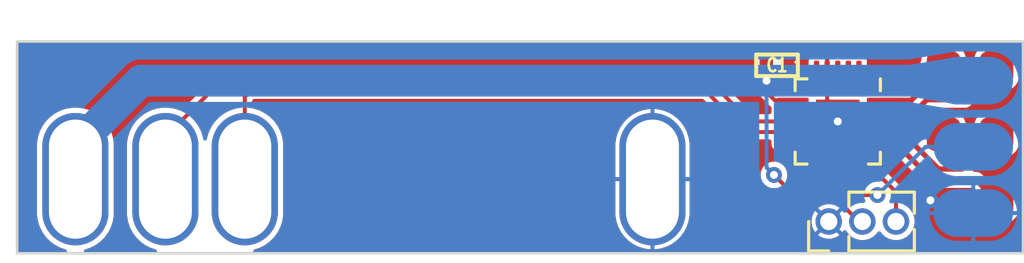
<source format=kicad_pcb>
(kicad_pcb (version 20240108) (generator "pcbnew") (generator_version "8.0")
  (layers (0 "F.Cu" signal) (31 "B.Cu" signal) (34 "B.Paste" user) (35 "F.Paste" user) (36 "B.SilkS" user "B.Silkscreen") (37 "F.SilkS" user "F.Silkscreen") (38 "B.Mask" user) (39 "F.Mask" user) (44 "Edge.Cuts" user))
  (net 0 "")
  (net 1 "+5V")
  (net 2 "GND")
  (net 3 "DOUT")
  (net 4 "SDA")
  (net 5 "SCK")
  (net 15 "PD2")
  (net 16 "PD3")
  (net 17 "PD4")
  (net 18 "DEBUG")
  (net 19 "PD5")
  (net 20 "PD6")
  (footprint "VoCore:TestPoint_Pad_D1.0mm" (layer "F.Cu") (at 105 85 90)
    (property "Reference" "J13" (hide yes))
    (property "Value" "Conn_01x01_Socket")
    (pad "1" smd roundrect (at 0 0 90) (size 1.27 1.27) (layers "F.Cu" "F.Mask") (net 20 "PD6"))
  )
  (footprint "VoCore:TestPoint_Pad_D1.0mm" (layer "F.Cu") (at 105 87.5 90)
    (property "Reference" "J11" (hide yes))
    (property "Value" "Conn_01x01_Socket")
    (pad "1" smd roundrect (at 0 0 90) (size 1.27 1.27) (layers "F.Cu" "F.Mask") (net 17 "PD4"))
  )
  (footprint "Connector_PinHeader_1.27mm:PinHeader_1x03_P1.27mm_Vertical" (layer "F.Cu") (at 100.66 90.8 90)
    (property "Reference" "J2" (hide yes))
    (property "Value" "Conn_01x03_Socket" (hide yes))
    (fp_line (start -1.11 -0.76) (end 0 -0.76) (stroke (width 0.12)) (layer "F.SilkS"))
    (fp_line (start -1.11 0) (end -1.11 -0.76) (stroke (width 0.12)) (layer "F.SilkS"))
    (fp_line (start 1.11 0.76) (end 1.11 3.235) (stroke (width 0.12)) (layer "F.SilkS"))
    (fp_line (start 0.563471 0.76) (end 1.11 0.76) (stroke (width 0.12)) (layer "F.SilkS"))
    (fp_line (start -1.11 0.76) (end -0.563471 0.76) (stroke (width 0.12)) (layer "F.SilkS"))
    (fp_line (start -1.11 0.76) (end -1.11 3.235) (stroke (width 0.12)) (layer "F.SilkS"))
    (fp_line (start 0.30753 3.235) (end 1.11 3.235) (stroke (width 0.12)) (layer "F.SilkS"))
    (fp_line (start -1.11 3.235) (end -0.30753 3.235) (stroke (width 0.12)) (layer "F.SilkS"))
    (pad "1" thru_hole circle (at 0 0 90) (size 1 1) (drill 0.65) (layers "*.Cu" "*.Mask") (net 2 "GND"))
    (pad "2" thru_hole oval (at 0 1.27 90) (size 1 1) (drill 0.65) (layers "*.Cu" "*.Mask") (net 1 "+5V"))
    (pad "3" thru_hole oval (at 0 2.54 90) (size 1 1) (drill 0.65) (layers "*.Cu" "*.Mask") (net 18 "DEBUG"))
  )
  (footprint "VoCore:TestPoint_Pad_D1.0mm" (layer "F.Cu") (at 107 87.5 90)
    (property "Reference" "J10" (hide yes))
    (property "Value" "Conn_01x01_Socket")
    (pad "1" smd roundrect (at 0 0 90) (size 1.27 1.27) (layers "F.Cu" "F.Mask") (net 16 "PD3"))
  )
  (footprint "VoCore:0402C" (layer "F.Cu") (at 98.706 84.8994)
    (property "Reference" "C1" (at 0 0 360) (layer "F.SilkS") (effects (font (size 0.5 0.4) (thickness 0.1))))
    (property "Value" "100nF" (hide yes))
    (fp_line (start -0.787 -0.4058) (end -0.787 0.407) (stroke (width 0.15)) (layer "F.SilkS"))
    (fp_line (start -0.787 0.407) (end 0.7878 0.407) (stroke (width 0.15)) (layer "F.SilkS"))
    (fp_line (start 0.7878 -0.4058) (end -0.787 -0.4058) (stroke (width 0.15)) (layer "F.SilkS"))
    (fp_line (start 0.7878 0.407) (end 0.7878 -0.4058) (stroke (width 0.15)) (layer "F.SilkS"))
    (pad "1" smd rect (at -0.406 0.0006) (size 0.508 0.5588) (layers "F.Cu" "F.Paste" "F.Mask") (net 1 "+5V"))
    (pad "2" smd rect (at 0.4068 0.0006) (size 0.508 0.5588) (layers "F.Cu" "F.Paste" "F.Mask") (net 2 "GND"))
  )
  (footprint "VoCore:QFN-20-1EP_3x3mm_P0.4mm_EP1.65x1.65mm" (layer "F.Cu") (at 101 87.02 -90)
    (property "Reference" "U3" (hide yes))
    (property "Value" "CH32V003F4U6" (hide yes))
    (fp_line (start -1.61 1.61) (end -1.61 1.16) (stroke (width 0.12)) (layer "F.SilkS"))
    (fp_line (start -1.16 1.61) (end -1.61 1.61) (stroke (width 0.12)) (layer "F.SilkS"))
    (fp_line (start 1.16 1.61) (end 1.61 1.61) (stroke (width 0.12)) (layer "F.SilkS"))
    (fp_line (start 1.61 1.61) (end 1.61 1.16) (stroke (width 0.12)) (layer "F.SilkS"))
    (fp_line (start -1.16 -1.61) (end -1.61 -1.61) (stroke (width 0.12)) (layer "F.SilkS"))
    (fp_line (start 1.16 -1.61) (end 1.61 -1.61) (stroke (width 0.12)) (layer "F.SilkS"))
    (fp_line (start 1.61 -1.61) (end 1.61 -1.16) (stroke (width 0.12)) (layer "F.SilkS"))
    (pad "1" smd roundrect (at -1.7 -0.8 270) (size 1.2 0.2) (layers "F.Cu" "F.Paste" "F.Mask"))
    (pad "2" smd roundrect (at -1.7 -0.4 270) (size 1.2 0.2) (layers "F.Cu" "F.Paste" "F.Mask"))
    (pad "3" smd roundrect (at -1.7 0 270) (size 1.2 0.2) (layers "F.Cu" "F.Paste" "F.Mask"))
    (pad "4" smd roundrect (at -1.7 0.4 270) (size 1.2 0.2) (layers "F.Cu" "F.Paste" "F.Mask") (net 2 "GND"))
    (pad "5" smd roundrect (at -1.7 0.8 270) (size 1.2 0.2) (layers "F.Cu" "F.Paste" "F.Mask"))
    (pad "6" smd roundrect (at -0.8 1.7 270) (size 0.2 1.2) (layers "F.Cu" "F.Paste" "F.Mask") (net 1 "+5V"))
    (pad "7" smd roundrect (at -0.4 1.7 270) (size 0.2 1.2) (layers "F.Cu" "F.Paste" "F.Mask"))
    (pad "8" smd roundrect (at 0 1.7 270) (size 0.2 1.2) (layers "F.Cu" "F.Paste" "F.Mask") (net 4 "SDA"))
    (pad "9" smd roundrect (at 0.4 1.7 270) (size 0.2 1.2) (layers "F.Cu" "F.Paste" "F.Mask") (net 5 "SCK"))
    (pad "10" smd roundrect (at 0.8 1.7 270) (size 0.2 1.2) (layers "F.Cu" "F.Paste" "F.Mask"))
    (pad "11" smd roundrect (at 1.7 0.8 270) (size 1.2 0.2) (layers "F.Cu" "F.Paste" "F.Mask"))
    (pad "12" smd roundrect (at 1.7 0.4 270) (size 1.2 0.2) (layers "F.Cu" "F.Paste" "F.Mask"))
    (pad "13" smd roundrect (at 1.7 0 270) (size 1.2 0.2) (layers "F.Cu" "F.Paste" "F.Mask") (net 3 "DOUT"))
    (pad "14" smd roundrect (at 1.7 -0.4 270) (size 1.2 0.2) (layers "F.Cu" "F.Paste" "F.Mask"))
    (pad "15" smd roundrect (at 1.7 -0.8 270) (size 1.2 0.2) (layers "F.Cu" "F.Paste" "F.Mask") (net 18 "DEBUG"))
    (pad "16" smd roundrect (at 0.8 -1.7 270) (size 0.2 1.2) (layers "F.Cu" "F.Paste" "F.Mask") (net 15 "PD2"))
    (pad "17" smd roundrect (at 0.4 -1.7 270) (size 0.2 1.2) (layers "F.Cu" "F.Paste" "F.Mask") (net 16 "PD3"))
    (pad "18" smd roundrect (at 0 -1.7 270) (size 0.2 1.2) (layers "F.Cu" "F.Paste" "F.Mask") (net 17 "PD4"))
    (pad "19" smd roundrect (at -0.4 -1.7 270) (size 0.2 1.2) (layers "F.Cu" "F.Paste" "F.Mask") (net 19 "PD5"))
    (pad "20" smd roundrect (at -0.8 -1.7 270) (size 0.2 1.2) (layers "F.Cu" "F.Paste" "F.Mask") (net 20 "PD6"))
    (pad "21" smd rect (at 0 0 270) (size 1.65 1.65) (layers "F.Cu" "F.Mask") (net 2 "GND"))
  )
  (footprint "VoCore:TestPoint_Pad_D1.0mm" (layer "F.Cu") (at 107 85 90)
    (property "Reference" "J12" (hide yes))
    (property "Value" "Conn_01x01_Socket")
    (pad "1" smd roundrect (at 0 0 90) (size 1.27 1.27) (layers "F.Cu" "F.Mask") (net 19 "PD5"))
  )
  (footprint "VoCore:TestPoint_Pad_D1.0mm" (layer "F.Cu") (at 107 90 90)
    (property "Reference" "J9" (hide yes))
    (property "Value" "Conn_01x01_Socket")
    (pad "1" smd roundrect (at 0 0 90) (size 1.27 1.27) (layers "F.Cu" "F.Mask") (net 15 "PD2"))
  )
  (footprint "VoCore:TestPoint_Hole_5.0x2.5mm" (layer "B.Cu") (at 75.6 89.2 -90)
    (property "Reference" "J6" (hide yes))
    (property "Value" "Conn_01x01")
    (pad "1" thru_hole oval (at 0 0 270) (size 5 2.5) (drill oval 4.5 2) (layers "*.Cu" "*.Mask") (net 4 "SDA"))
  )
  (footprint "VoCore:TestPoint_Hole_4.0x2.0mm" (layer "B.Cu") (at 72.2 89.2 -90)
    (property "Reference" "J1" (hide yes))
    (property "Value" "Conn_01x01")
    (pad "1" thru_hole oval (at 0 0 270) (size 5 2.5) (drill oval 4.5 2) (layers "*.Cu" "*.Mask") (net 1 "+5V"))
  )
  (footprint "VoCore:TestPoint_Hole_5.0x2.5mm" (layer "B.Cu") (at 78.6 89.2 -90)
    (property "Reference" "J7" (hide yes))
    (property "Value" "Conn_01x01")
    (pad "1" thru_hole oval (at 0 0 270) (size 5 2.5) (drill oval 4.5 2) (layers "*.Cu" "*.Mask") (net 5 "SCK"))
  )
  (footprint "VoCore:TestPoint_Hole_5.0x2.5mm" (layer "B.Cu") (at 92.83 89.33 -90)
    (property "Reference" "J8" (hide yes))
    (property "Value" "Conn_01x01")
    (pad "1" thru_hole oval (at -0.13 -1.17 270) (size 5 2.5) (drill oval 4.5 2) (layers "*.Cu" "*.Mask") (net 2 "GND"))
  )
  (footprint "VoCore:TestPoint_Pad_3.0x2.0mm" (layer "B.Cu") (at 106.22 90.58 180)
    (property "Reference" "J3" (hide yes))
    (property "Value" "Conn_01x01")
    (pad "1" smd oval (at 0.1 0.1 180) (size 3 1.8) (layers "B.Cu" "B.Mask") (net 2 "GND"))
  )
  (footprint "VoCore:TestPoint_Pad_3.0x2.0mm" (layer "B.Cu") (at 106.22 87.88 180)
    (property "Reference" "J4" (hide yes))
    (property "Value" "Conn_01x01")
    (pad "1" smd oval (at 0.1 -0.1 180) (size 3 1.8) (layers "B.Cu" "B.Mask") (net 3 "DOUT"))
  )
  (footprint "VoCore:TestPoint_Pad_3.0x2.0mm" (layer "B.Cu") (at 106.22 85.28 180)
    (property "Reference" "J5" (hide yes))
    (property "Value" "Conn_01x01")
    (pad "1" smd oval (at 0.1 -0.2 180) (size 3 1.8) (layers "B.Cu" "B.Mask") (net 1 "+5V"))
  )
  (gr_rect (start 70 84) (end 108 92) (stroke (width 0.1)) (fill none) (layer "Edge.Cuts"))
  (segment (start 101.8 90.8) (end 101.93 90.8) (width 0.15) (layer "F.Cu") (net 1))
  (segment (start 98.31 84.91) (end 98.3 84.9) (width 0.15) (layer "F.Cu") (net 1))
  (segment (start 98.31 85.91) (end 98.31 85.48) (width 0.15) (layer "F.Cu") (net 1))
  (segment (start 100.7 89.7) (end 101.8 90.8) (width 0.15) (layer "F.Cu") (net 1))
  (segment (start 98.62 86.22) (end 98.31 85.91) (width 0.15) (layer "F.Cu") (net 1))
  (segment (start 99.3 86.22) (end 98.62 86.22) (width 0.15) (layer "F.Cu") (net 1))
  (segment (start 99.25 89.7) (end 100.7 89.7) (width 0.15) (layer "F.Cu") (net 1))
  (segment (start 101.93 90.63) (end 101.93 90.8) (width 0.15) (layer "F.Cu") (net 1))
  (segment (start 98.31 85.48) (end 98.31 84.91) (width 0.15) (layer "F.Cu") (net 1))
  (segment (start 98.59 89.04) (end 99.25 89.7) (width 0.15) (layer "F.Cu") (net 1))
  (segment (start 72.2 89.2) (end 72.2 87.95) (width 1.2) (layer "F.Cu") (net 1))
  (via (at 98.31 85.48) (size 0.6) (drill 0.3) (layers "F.Cu" "B.Cu") (net 1))
  (via (at 98.59 89.04) (size 0.6) (drill 0.3) (layers "F.Cu" "B.Cu") (net 1))
  (segment (start 98.31 88.76) (end 98.59 89.04) (width 0.15) (layer "B.Cu") (net 1))
  (segment (start 98.31 85.48) (end 74.67 85.48) (width 1.2) (layer "B.Cu") (net 1))
  (segment (start 98.31 85.48) (end 98.31 88.76) (width 0.15) (layer "B.Cu") (net 1))
  (segment (start 72.2 87.95) (end 72.2 89.2) (width 1.2) (layer "B.Cu") (net 1))
  (segment (start 74.67 85.48) (end 72.2 87.95) (width 1.2) (layer "B.Cu") (net 1))
  (segment (start 106.12 85.48) (end 98.31 85.48) (width 1.2) (layer "B.Cu") (net 1))
  (segment (start 100.6 85.32) (end 100.6 84.658994) (width 0.15) (layer "F.Cu") (net 2))
  (segment (start 99.5678 84.445) (end 99.1128 84.9) (width 0.15) (layer "F.Cu") (net 2))
  (segment (start 101 87.02) (end 101.4 86.62) (width 0.15) (layer "F.Cu") (net 2))
  (segment (start 100.6 85.32) (end 100.6 86.62) (width 0.15) (layer "F.Cu") (net 2))
  (segment (start 100.6 84.658994) (end 100.386006 84.445) (width 0.15) (layer "F.Cu") (net 2))
  (segment (start 100.6 86.62) (end 101 87.02) (width 0.15) (layer "F.Cu") (net 2))
  (segment (start 101.4 86.62) (end 101.53 86.62) (width 0.15) (layer "F.Cu") (net 2))
  (segment (start 100.386006 84.445) (end 99.5678 84.445) (width 0.15) (layer "F.Cu") (net 2))
  (via (at 104.5 90) (size 0.6) (drill 0.3) (layers "F.Cu" "B.Cu") (net 2))
  (via (at 101 87.02) (size 0.6) (drill 0.3) (layers "F.Cu" "B.Cu") (net 2))
  (segment (start 106.12 90.48) (end 104.98 90.48) (width 0.15) (layer "B.Cu") (net 2))
  (segment (start 104.98 90.48) (end 104.5 90) (width 0.15) (layer "B.Cu") (net 2))
  (segment (start 101 88.72) (end 101 89.381006) (width 0.15) (layer "F.Cu") (net 3))
  (segment (start 101 89.381006) (end 101.418994 89.8) (width 0.15) (layer "F.Cu") (net 3))
  (segment (start 101.418994 89.8) (end 102.5 89.8) (width 0.15) (layer "F.Cu") (net 3))
  (via (at 102.5 89.8) (size 0.6) (drill 0.3) (layers "F.Cu" "B.Cu") (net 3))
  (segment (start 102.5 89.8) (end 104.32 87.98) (width 0.15) (layer "B.Cu") (net 3))
  (segment (start 104.32 87.98) (end 106.12 87.98) (width 0.15) (layer "B.Cu") (net 3))
  (segment (start 106.03 88.26) (end 105.48 88.81) (width 0.15) (layer "B.Cu") (net 3))
  (segment (start 77.66 85.54) (end 75.6 87.6) (width 0.15) (layer "F.Cu") (net 4))
  (segment (start 75.6 87.6) (end 75.6 89.2) (width 0.15) (layer "F.Cu") (net 4))
  (segment (start 96.21 85.54) (end 77.66 85.54) (width 0.15) (layer "F.Cu") (net 4))
  (segment (start 97.69 87.02) (end 96.21 85.54) (width 0.15) (layer "F.Cu") (net 4))
  (segment (start 75.6 89.2) (end 75.6 87.41) (width 0.25) (layer "F.Cu") (net 4))
  (segment (start 99.3 87.02) (end 97.69 87.02) (width 0.15) (layer "F.Cu") (net 4))
  (segment (start 75.6 89.2) (end 75.6 87.63) (width 0.25) (layer "F.Cu") (net 4))
  (segment (start 78.8 85.89) (end 78.6 86.09) (width 0.15) (layer "F.Cu") (net 5))
  (segment (start 97.56 87.42) (end 96.03 85.89) (width 0.15) (layer "F.Cu") (net 5))
  (segment (start 96.03 85.89) (end 78.8 85.89) (width 0.15) (layer "F.Cu") (net 5))
  (segment (start 78.6 86.09) (end 78.6 89.2) (width 0.15) (layer "F.Cu") (net 5))
  (segment (start 99.3 87.42) (end 97.56 87.42) (width 0.15) (layer "F.Cu") (net 5))
  (segment (start 103.167954 87.82) (end 104.577954 89.23) (width 0.2) (layer "F.Cu") (net 15))
  (segment (start 102.7 87.82) (end 103.167954 87.82) (width 0.2) (layer "F.Cu") (net 15))
  (segment (start 104.577954 89.23) (end 106.23 89.23) (width 0.2) (layer "F.Cu") (net 15))
  (segment (start 106.23 89.23) (end 107 90) (width 0.2) (layer "F.Cu") (net 15))
  (segment (start 104.808082 88.81636) (end 103.411722 87.42) (width 0.2) (layer "F.Cu") (net 16))
  (segment (start 107 87.5) (end 105.68364 88.81636) (width 0.2) (layer "F.Cu") (net 16))
  (segment (start 105.68364 88.81636) (end 104.808082 88.81636) (width 0.2) (layer "F.Cu") (net 16))
  (segment (start 103.411722 87.42) (end 102.7 87.42) (width 0.2) (layer "F.Cu") (net 16))
  (segment (start 104.52 87.02) (end 102.7 87.02) (width 0.2) (layer "F.Cu") (net 17))
  (segment (start 105 87.5) (end 104.52 87.02) (width 0.2) (layer "F.Cu") (net 17))
  (segment (start 102.713174 89.2) (end 102 89.2) (width 0.15) (layer "F.Cu") (net 18))
  (segment (start 102.806587 89.293413) (end 102.713174 89.2) (width 0.15) (layer "F.Cu") (net 18))
  (segment (start 101.8 89.175) (end 101.775 89.2) (width 0.15) (layer "F.Cu") (net 18))
  (segment (start 103.2 89.686827) (end 102.806587 89.293413) (width 0.15) (layer "F.Cu") (net 18))
  (segment (start 102 89.2) (end 101.86 89.2) (width 0.15) (layer "F.Cu") (net 18))
  (segment (start 101.8 88.72) (end 101.8 89.175) (width 0.15) (layer "F.Cu") (net 18))
  (segment (start 103.2 90.8) (end 103.2 89.686827) (width 0.15) (layer "F.Cu") (net 18))
  (segment (start 107 85) (end 105.8 86.2) (width 0.2) (layer "F.Cu") (net 19))
  (segment (start 103.945686 86.62) (end 102.7 86.62) (width 0.2) (layer "F.Cu") (net 19))
  (segment (start 105.8 86.2) (end 104.365686 86.2) (width 0.2) (layer "F.Cu") (net 19))
  (segment (start 104.365686 86.2) (end 103.945686 86.62) (width 0.2) (layer "F.Cu") (net 19))
  (segment (start 103.78 86.22) (end 105 85) (width 0.2) (layer "F.Cu") (net 20))
  (segment (start 103.78 86.22) (end 102.7 86.22) (width 0.2) (layer "F.Cu") (net 20))
  (zone (net 2) (net_name "GND") (layers "F&B.Cu") (connect_pads (clearance 0.15)) (min_thickness 0.15) (fill yes (thermal_gap 0.15) (thermal_bridge_width 0.15))
    (polygon (pts (xy 69.99 84) (xy 70.01 92.01) (xy 108 92) (xy 107.98 83.99)))
  )
)
</source>
